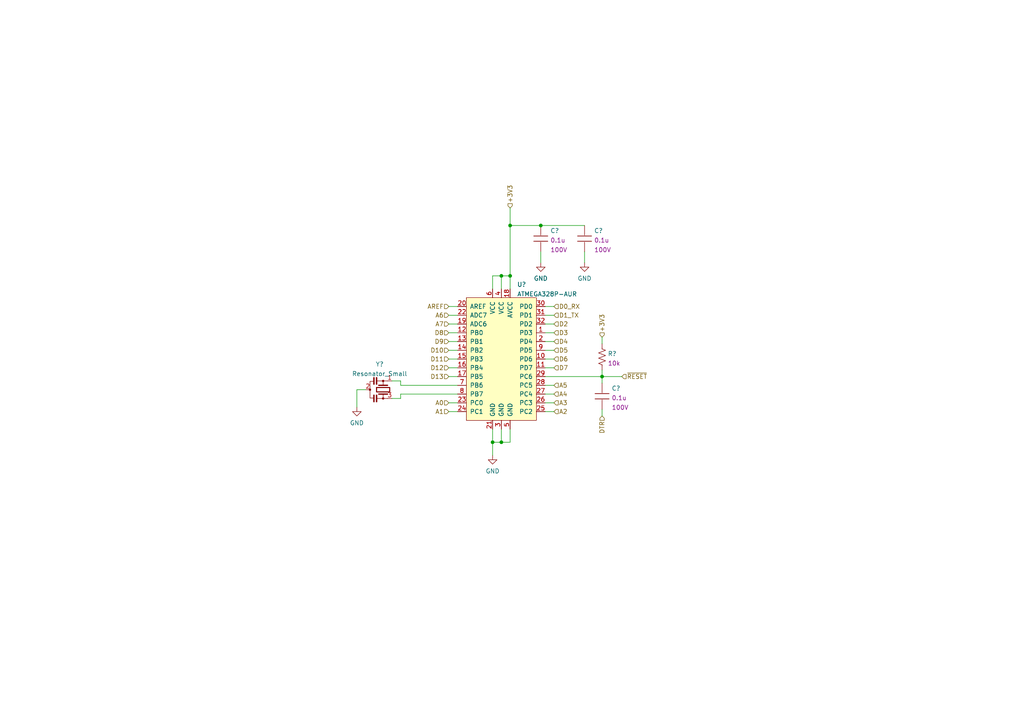
<source format=kicad_sch>
(kicad_sch (version 20211123) (generator eeschema)

  (uuid dd5c3c64-11ce-4733-952b-f4e00f424b45)

  (paper "A4")

  (lib_symbols
    (symbol "Device:Resonator_Small" (pin_names (offset 1.016) hide) (in_bom yes) (on_board yes)
      (property "Reference" "Y" (id 0) (at 3.175 1.905 0)
        (effects (font (size 1.27 1.27)) (justify left))
      )
      (property "Value" "Resonator_Small" (id 1) (at 3.175 0 0)
        (effects (font (size 1.27 1.27)) (justify left))
      )
      (property "Footprint" "" (id 2) (at -0.635 0 0)
        (effects (font (size 1.27 1.27)) hide)
      )
      (property "Datasheet" "~" (id 3) (at -0.635 0 0)
        (effects (font (size 1.27 1.27)) hide)
      )
      (property "ki_keywords" "ceramic resonator" (id 4) (at 0 0 0)
        (effects (font (size 1.27 1.27)) hide)
      )
      (property "ki_description" "Three pin ceramic resonator, small symbol" (id 5) (at 0 0 0)
        (effects (font (size 1.27 1.27)) hide)
      )
      (property "ki_fp_filters" "Filter* Resonator*" (id 6) (at 0 0 0)
        (effects (font (size 1.27 1.27)) hide)
      )
      (symbol "Resonator_Small_0_1"
        (rectangle (start -3.556 -2.54) (end -1.524 -2.794)
          (stroke (width 0) (type default) (color 0 0 0 0))
          (fill (type outline))
        )
        (rectangle (start -3.556 -1.778) (end -1.524 -2.032)
          (stroke (width 0) (type default) (color 0 0 0 0))
          (fill (type outline))
        )
        (circle (center -2.54 0) (radius 0.254)
          (stroke (width 0) (type default) (color 0 0 0 0))
          (fill (type outline))
        )
        (rectangle (start -0.635 1.905) (end 0.635 -1.905)
          (stroke (width 0.3048) (type default) (color 0 0 0 0))
          (fill (type none))
        )
        (circle (center 0 -3.81) (radius 0.254)
          (stroke (width 0) (type default) (color 0 0 0 0))
          (fill (type outline))
        )
        (polyline
          (pts
            (xy -2.54 -1.778)
            (xy -2.54 0)
          )
          (stroke (width 0) (type default) (color 0 0 0 0))
          (fill (type none))
        )
        (polyline
          (pts
            (xy -2.54 0)
            (xy -1.397 0)
          )
          (stroke (width 0) (type default) (color 0 0 0 0))
          (fill (type none))
        )
        (polyline
          (pts
            (xy -2.54 1.27)
            (xy -2.54 0)
          )
          (stroke (width 0) (type default) (color 0 0 0 0))
          (fill (type none))
        )
        (polyline
          (pts
            (xy -1.27 -1.27)
            (xy -1.27 1.27)
          )
          (stroke (width 0.381) (type default) (color 0 0 0 0))
          (fill (type none))
        )
        (polyline
          (pts
            (xy 1.27 -1.27)
            (xy 1.27 1.27)
          )
          (stroke (width 0.381) (type default) (color 0 0 0 0))
          (fill (type none))
        )
        (polyline
          (pts
            (xy 1.27 0)
            (xy 2.54 0)
          )
          (stroke (width 0) (type default) (color 0 0 0 0))
          (fill (type none))
        )
        (polyline
          (pts
            (xy 2.54 0)
            (xy 2.54 -1.778)
          )
          (stroke (width 0) (type default) (color 0 0 0 0))
          (fill (type none))
        )
        (polyline
          (pts
            (xy 2.54 1.27)
            (xy 2.54 0)
          )
          (stroke (width 0) (type default) (color 0 0 0 0))
          (fill (type none))
        )
        (polyline
          (pts
            (xy 2.413 -2.794)
            (xy 2.413 -3.81)
            (xy -2.413 -3.81)
            (xy -2.413 -2.667)
          )
          (stroke (width 0) (type default) (color 0 0 0 0))
          (fill (type none))
        )
        (rectangle (start 1.524 -2.54) (end 3.556 -2.794)
          (stroke (width 0) (type default) (color 0 0 0 0))
          (fill (type outline))
        )
        (rectangle (start 1.524 -1.778) (end 3.556 -2.032)
          (stroke (width 0) (type default) (color 0 0 0 0))
          (fill (type outline))
        )
        (circle (center 2.54 0) (radius 0.254)
          (stroke (width 0) (type default) (color 0 0 0 0))
          (fill (type outline))
        )
      )
      (symbol "Resonator_Small_1_1"
        (pin passive line (at -2.54 2.54 270) (length 1.27)
          (name "1" (effects (font (size 1.27 1.27))))
          (number "1" (effects (font (size 1.27 1.27))))
        )
        (pin passive line (at 0 -5.08 90) (length 1.27)
          (name "2" (effects (font (size 1.27 1.27))))
          (number "2" (effects (font (size 1.27 1.27))))
        )
        (pin passive line (at 2.54 2.54 270) (length 1.27)
          (name "3" (effects (font (size 1.27 1.27))))
          (number "3" (effects (font (size 1.27 1.27))))
        )
      )
    )
    (symbol "dk_Embedded-Microcontrollers:ATMEGA328P-AUR" (pin_names (offset 1.016)) (in_bom yes) (on_board yes)
      (property "Reference" "U" (id 0) (at -10.16 24.13 0)
        (effects (font (size 1.27 1.27)) (justify left))
      )
      (property "Value" "ATMEGA328P-AUR" (id 1) (at 3.81 -13.97 0)
        (effects (font (size 1.27 1.27)) (justify left))
      )
      (property "Footprint" "digikey-footprints:TQFP-32_7x7mm" (id 2) (at 5.08 5.08 0)
        (effects (font (size 1.524 1.524)) (justify left) hide)
      )
      (property "Datasheet" "http://www.microchip.com/mymicrochip/filehandler.aspx?ddocname=en589968" (id 3) (at 5.08 7.62 0)
        (effects (font (size 1.524 1.524)) (justify left) hide)
      )
      (property "Digi-Key_PN" "ATMEGA328P-AURCT-ND" (id 4) (at 5.08 10.16 0)
        (effects (font (size 1.524 1.524)) (justify left) hide)
      )
      (property "MPN" "ATMEGA328P-AUR" (id 5) (at 5.08 12.7 0)
        (effects (font (size 1.524 1.524)) (justify left) hide)
      )
      (property "Category" "Integrated Circuits (ICs)" (id 6) (at 5.08 15.24 0)
        (effects (font (size 1.524 1.524)) (justify left) hide)
      )
      (property "Family" "Embedded - Microcontrollers" (id 7) (at 5.08 17.78 0)
        (effects (font (size 1.524 1.524)) (justify left) hide)
      )
      (property "DK_Datasheet_Link" "http://www.microchip.com/mymicrochip/filehandler.aspx?ddocname=en589968" (id 8) (at 5.08 20.32 0)
        (effects (font (size 1.524 1.524)) (justify left) hide)
      )
      (property "DK_Detail_Page" "/product-detail/en/microchip-technology/ATMEGA328P-AUR/ATMEGA328P-AURCT-ND/3789455" (id 9) (at 5.08 22.86 0)
        (effects (font (size 1.524 1.524)) (justify left) hide)
      )
      (property "Description" "IC MCU 8BIT 32KB FLASH 32TQFP" (id 10) (at 5.08 25.4 0)
        (effects (font (size 1.524 1.524)) (justify left) hide)
      )
      (property "Manufacturer" "Microchip Technology" (id 11) (at 5.08 27.94 0)
        (effects (font (size 1.524 1.524)) (justify left) hide)
      )
      (property "Status" "Active" (id 12) (at 5.08 30.48 0)
        (effects (font (size 1.524 1.524)) (justify left) hide)
      )
      (property "ki_description" "IC MCU 8BIT 32KB FLASH 32TQFP" (id 13) (at 0 0 0)
        (effects (font (size 1.27 1.27)) hide)
      )
      (symbol "ATMEGA328P-AUR_0_1"
        (rectangle (start -10.16 22.86) (end 10.16 -12.7)
          (stroke (width 0) (type default) (color 0 0 0 0))
          (fill (type background))
        )
      )
      (symbol "ATMEGA328P-AUR_1_1"
        (pin bidirectional line (at 12.7 12.7 180) (length 2.54)
          (name "PD3" (effects (font (size 1.27 1.27))))
          (number "1" (effects (font (size 1.27 1.27))))
        )
        (pin bidirectional line (at 12.7 5.08 180) (length 2.54)
          (name "PD6" (effects (font (size 1.27 1.27))))
          (number "10" (effects (font (size 1.27 1.27))))
        )
        (pin bidirectional line (at 12.7 2.54 180) (length 2.54)
          (name "PD7" (effects (font (size 1.27 1.27))))
          (number "11" (effects (font (size 1.27 1.27))))
        )
        (pin bidirectional line (at -12.7 12.7 0) (length 2.54)
          (name "PB0" (effects (font (size 1.27 1.27))))
          (number "12" (effects (font (size 1.27 1.27))))
        )
        (pin bidirectional line (at -12.7 10.16 0) (length 2.54)
          (name "PB1" (effects (font (size 1.27 1.27))))
          (number "13" (effects (font (size 1.27 1.27))))
        )
        (pin bidirectional line (at -12.7 7.62 0) (length 2.54)
          (name "PB2" (effects (font (size 1.27 1.27))))
          (number "14" (effects (font (size 1.27 1.27))))
        )
        (pin bidirectional line (at -12.7 5.08 0) (length 2.54)
          (name "PB3" (effects (font (size 1.27 1.27))))
          (number "15" (effects (font (size 1.27 1.27))))
        )
        (pin bidirectional line (at -12.7 2.54 0) (length 2.54)
          (name "PB4" (effects (font (size 1.27 1.27))))
          (number "16" (effects (font (size 1.27 1.27))))
        )
        (pin bidirectional line (at -12.7 0 0) (length 2.54)
          (name "PB5" (effects (font (size 1.27 1.27))))
          (number "17" (effects (font (size 1.27 1.27))))
        )
        (pin power_in line (at 2.54 25.4 270) (length 2.54)
          (name "AVCC" (effects (font (size 1.27 1.27))))
          (number "18" (effects (font (size 1.27 1.27))))
        )
        (pin input line (at -12.7 15.24 0) (length 2.54)
          (name "ADC6" (effects (font (size 1.27 1.27))))
          (number "19" (effects (font (size 1.27 1.27))))
        )
        (pin bidirectional line (at 12.7 10.16 180) (length 2.54)
          (name "PD4" (effects (font (size 1.27 1.27))))
          (number "2" (effects (font (size 1.27 1.27))))
        )
        (pin input line (at -12.7 20.32 0) (length 2.54)
          (name "AREF" (effects (font (size 1.27 1.27))))
          (number "20" (effects (font (size 1.27 1.27))))
        )
        (pin power_in line (at -2.54 -15.24 90) (length 2.54)
          (name "GND" (effects (font (size 1.27 1.27))))
          (number "21" (effects (font (size 1.27 1.27))))
        )
        (pin input line (at -12.7 17.78 0) (length 2.54)
          (name "ADC7" (effects (font (size 1.27 1.27))))
          (number "22" (effects (font (size 1.27 1.27))))
        )
        (pin bidirectional line (at -12.7 -7.62 0) (length 2.54)
          (name "PC0" (effects (font (size 1.27 1.27))))
          (number "23" (effects (font (size 1.27 1.27))))
        )
        (pin bidirectional line (at -12.7 -10.16 0) (length 2.54)
          (name "PC1" (effects (font (size 1.27 1.27))))
          (number "24" (effects (font (size 1.27 1.27))))
        )
        (pin bidirectional line (at 12.7 -10.16 180) (length 2.54)
          (name "PC2" (effects (font (size 1.27 1.27))))
          (number "25" (effects (font (size 1.27 1.27))))
        )
        (pin bidirectional line (at 12.7 -7.62 180) (length 2.54)
          (name "PC3" (effects (font (size 1.27 1.27))))
          (number "26" (effects (font (size 1.27 1.27))))
        )
        (pin bidirectional line (at 12.7 -5.08 180) (length 2.54)
          (name "PC4" (effects (font (size 1.27 1.27))))
          (number "27" (effects (font (size 1.27 1.27))))
        )
        (pin bidirectional line (at 12.7 -2.54 180) (length 2.54)
          (name "PC5" (effects (font (size 1.27 1.27))))
          (number "28" (effects (font (size 1.27 1.27))))
        )
        (pin bidirectional line (at 12.7 0 180) (length 2.54)
          (name "PC6" (effects (font (size 1.27 1.27))))
          (number "29" (effects (font (size 1.27 1.27))))
        )
        (pin power_in line (at 0 -15.24 90) (length 2.54)
          (name "GND" (effects (font (size 1.27 1.27))))
          (number "3" (effects (font (size 1.27 1.27))))
        )
        (pin bidirectional line (at 12.7 20.32 180) (length 2.54)
          (name "PD0" (effects (font (size 1.27 1.27))))
          (number "30" (effects (font (size 1.27 1.27))))
        )
        (pin bidirectional line (at 12.7 17.78 180) (length 2.54)
          (name "PD1" (effects (font (size 1.27 1.27))))
          (number "31" (effects (font (size 1.27 1.27))))
        )
        (pin bidirectional line (at 12.7 15.24 180) (length 2.54)
          (name "PD2" (effects (font (size 1.27 1.27))))
          (number "32" (effects (font (size 1.27 1.27))))
        )
        (pin power_in line (at 0 25.4 270) (length 2.54)
          (name "VCC" (effects (font (size 1.27 1.27))))
          (number "4" (effects (font (size 1.27 1.27))))
        )
        (pin power_in line (at 2.54 -15.24 90) (length 2.54)
          (name "GND" (effects (font (size 1.27 1.27))))
          (number "5" (effects (font (size 1.27 1.27))))
        )
        (pin power_in line (at -2.54 25.4 270) (length 2.54)
          (name "VCC" (effects (font (size 1.27 1.27))))
          (number "6" (effects (font (size 1.27 1.27))))
        )
        (pin bidirectional line (at -12.7 -2.54 0) (length 2.54)
          (name "PB6" (effects (font (size 1.27 1.27))))
          (number "7" (effects (font (size 1.27 1.27))))
        )
        (pin bidirectional line (at -12.7 -5.08 0) (length 2.54)
          (name "PB7" (effects (font (size 1.27 1.27))))
          (number "8" (effects (font (size 1.27 1.27))))
        )
        (pin bidirectional line (at 12.7 7.62 180) (length 2.54)
          (name "PD5" (effects (font (size 1.27 1.27))))
          (number "9" (effects (font (size 1.27 1.27))))
        )
      )
    )
    (symbol "mw_ceramic_caps:CGA3E3X7S2A104K080AB" (pin_numbers hide) (pin_names (offset 0.254)) (in_bom yes) (on_board yes)
      (property "Reference" "C" (id 0) (at 3.81 3.81 0)
        (effects (font (size 1.27 1.27)) (justify left))
      )
      (property "Value" "CGA3E3X7S2A104K080AB" (id 1) (at 3.81 -12.7 0)
        (effects (font (size 1.27 1.27)) (justify left) hide)
      )
      (property "Footprint" "Capacitor_SMD:C_0603_1608Metric" (id 2) (at 3.81 -15.24 0)
        (effects (font (size 1.27 1.27)) (justify left) hide)
      )
      (property "Datasheet" "~" (id 3) (at 0.635 2.54 0)
        (effects (font (size 1.27 1.27)) hide)
      )
      (property "Digikey Part Number" "445-6938-1-ND" (id 4) (at 3.81 -17.78 0)
        (effects (font (size 1.27 1.27)) (justify left) hide)
      )
      (property "Manufacturer" "TDK" (id 5) (at 3.81 -20.32 0)
        (effects (font (size 1.27 1.27)) (justify left) hide)
      )
      (property "Capacitance" "0.1u" (id 6) (at 3.81 1.27 0)
        (effects (font (size 1.27 1.27)) (justify left))
      )
      (property "Class" "X7S" (id 7) (at 3.81 -10.16 0)
        (effects (font (size 1.27 1.27)) (justify left) hide)
      )
      (property "Size" "0603" (id 8) (at 3.81 -3.81 0)
        (effects (font (size 1.27 1.27)) (justify left) hide)
      )
      (property "Voltage Rating" "100V" (id 9) (at 3.81 -1.27 0)
        (effects (font (size 1.27 1.27)) (justify left))
      )
      (property "Part Number" "CGA3E3X7S2A104K080AB" (id 10) (at 3.81 -22.86 0)
        (effects (font (size 1.27 1.27)) (justify left) hide)
      )
      (property "ki_keywords" "cap capacitor ceramic" (id 11) (at 0 0 0)
        (effects (font (size 1.27 1.27)) hide)
      )
      (property "ki_description" "cap 0.1u 100V 0603 ceramic X7S AEC-Q200" (id 12) (at 0 0 0)
        (effects (font (size 1.27 1.27)) hide)
      )
      (property "ki_fp_filters" "C_*" (id 13) (at 0 0 0)
        (effects (font (size 1.27 1.27)) hide)
      )
      (symbol "CGA3E3X7S2A104K080AB_0_1"
        (polyline
          (pts
            (xy -2.032 -0.762)
            (xy 2.032 -0.762)
          )
          (stroke (width 0.2032) (type default) (color 0 0 0 0))
          (fill (type none))
        )
        (polyline
          (pts
            (xy -2.032 0.762)
            (xy 2.032 0.762)
          )
          (stroke (width 0.2032) (type default) (color 0 0 0 0))
          (fill (type none))
        )
      )
      (symbol "CGA3E3X7S2A104K080AB_1_1"
        (pin passive line (at 0 3.81 270) (length 2.794)
          (name "~" (effects (font (size 1.27 1.27))))
          (number "1" (effects (font (size 1.27 1.27))))
        )
        (pin passive line (at 0 -3.81 90) (length 2.794)
          (name "~" (effects (font (size 1.27 1.27))))
          (number "2" (effects (font (size 1.27 1.27))))
        )
      )
    )
    (symbol "mw_resistors_smd:RC0402FR-0710KL" (pin_numbers hide) (pin_names (offset 0)) (in_bom yes) (on_board yes)
      (property "Reference" "R" (id 0) (at 3.81 1.27 0)
        (effects (font (size 1.27 1.27)))
      )
      (property "Value" "RC0402FR-0710KL" (id 1) (at 2.54 6.35 0)
        (effects (font (size 1.27 1.27)) (justify left) hide)
      )
      (property "Footprint" "Resistor_SMD:R_0402_1005Metric" (id 2) (at 2.54 3.81 0)
        (effects (font (size 1.27 1.27)) (justify left) hide)
      )
      (property "Datasheet" "~" (id 3) (at 2.54 -1.27 90)
        (effects (font (size 1.27 1.27)) (justify left) hide)
      )
      (property "Digikey Part Number" "311-10.0KLRCT-ND" (id 4) (at 2.54 -11.43 0)
        (effects (font (size 1.27 1.27)) (justify left) hide)
      )
      (property "Manufacturer" "Yageo" (id 5) (at 8.89 6.35 0)
        (effects (font (size 1.27 1.27)) hide)
      )
      (property "Part Number" "RC0402FR-0710KL" (id 6) (at 2.54 -8.89 0)
        (effects (font (size 1.27 1.27)) (justify left) hide)
      )
      (property "Tolerance" "1%" (id 7) (at 2.54 -3.81 0)
        (effects (font (size 1.27 1.27)) (justify left) hide)
      )
      (property "Power" "1/16W" (id 8) (at 2.54 -6.35 0)
        (effects (font (size 1.27 1.27)) (justify left) hide)
      )
      (property "Composition" "Thick Film" (id 9) (at 2.54 -16.51 0)
        (effects (font (size 1.27 1.27)) (justify left) hide)
      )
      (property "Temperature Coefficent" "100ppm/degC" (id 10) (at 2.54 -13.97 0)
        (effects (font (size 1.27 1.27)) (justify left) hide)
      )
      (property "Resistance" "10k" (id 11) (at 2.54 -1.27 0)
        (effects (font (size 1.27 1.27)) (justify left))
      )
      (property "ki_keywords" "R res resistor" (id 12) (at 0 0 0)
        (effects (font (size 1.27 1.27)) hide)
      )
      (property "ki_description" "Res 10k 0402 1% 0.0625W Yageo" (id 13) (at 0 0 0)
        (effects (font (size 1.27 1.27)) hide)
      )
      (property "ki_fp_filters" "R_*" (id 14) (at 0 0 0)
        (effects (font (size 1.27 1.27)) hide)
      )
      (symbol "RC0402FR-0710KL_0_1"
        (polyline
          (pts
            (xy 0 -2.286)
            (xy 0 -2.54)
          )
          (stroke (width 0) (type default) (color 0 0 0 0))
          (fill (type none))
        )
        (polyline
          (pts
            (xy 0 2.286)
            (xy 0 2.54)
          )
          (stroke (width 0) (type default) (color 0 0 0 0))
          (fill (type none))
        )
        (polyline
          (pts
            (xy 0 -0.762)
            (xy 1.016 -1.143)
            (xy 0 -1.524)
            (xy -1.016 -1.905)
            (xy 0 -2.286)
          )
          (stroke (width 0) (type default) (color 0 0 0 0))
          (fill (type none))
        )
        (polyline
          (pts
            (xy 0 0.762)
            (xy 1.016 0.381)
            (xy 0 0)
            (xy -1.016 -0.381)
            (xy 0 -0.762)
          )
          (stroke (width 0) (type default) (color 0 0 0 0))
          (fill (type none))
        )
        (polyline
          (pts
            (xy 0 2.286)
            (xy 1.016 1.905)
            (xy 0 1.524)
            (xy -1.016 1.143)
            (xy 0 0.762)
          )
          (stroke (width 0) (type default) (color 0 0 0 0))
          (fill (type none))
        )
      )
      (symbol "RC0402FR-0710KL_1_1"
        (pin passive line (at 0 3.81 270) (length 1.27)
          (name "~" (effects (font (size 1.27 1.27))))
          (number "1" (effects (font (size 1.27 1.27))))
        )
        (pin passive line (at 0 -3.81 90) (length 1.27)
          (name "~" (effects (font (size 1.27 1.27))))
          (number "2" (effects (font (size 1.27 1.27))))
        )
      )
    )
    (symbol "power:GND" (power) (pin_names (offset 0)) (in_bom yes) (on_board yes)
      (property "Reference" "#PWR" (id 0) (at 0 -6.35 0)
        (effects (font (size 1.27 1.27)) hide)
      )
      (property "Value" "GND" (id 1) (at 0 -3.81 0)
        (effects (font (size 1.27 1.27)))
      )
      (property "Footprint" "" (id 2) (at 0 0 0)
        (effects (font (size 1.27 1.27)) hide)
      )
      (property "Datasheet" "" (id 3) (at 0 0 0)
        (effects (font (size 1.27 1.27)) hide)
      )
      (property "ki_keywords" "power-flag" (id 4) (at 0 0 0)
        (effects (font (size 1.27 1.27)) hide)
      )
      (property "ki_description" "Power symbol creates a global label with name \"GND\" , ground" (id 5) (at 0 0 0)
        (effects (font (size 1.27 1.27)) hide)
      )
      (symbol "GND_0_1"
        (polyline
          (pts
            (xy 0 0)
            (xy 0 -1.27)
            (xy 1.27 -1.27)
            (xy 0 -2.54)
            (xy -1.27 -1.27)
            (xy 0 -1.27)
          )
          (stroke (width 0) (type default) (color 0 0 0 0))
          (fill (type none))
        )
      )
      (symbol "GND_1_1"
        (pin power_in line (at 0 0 270) (length 0) hide
          (name "GND" (effects (font (size 1.27 1.27))))
          (number "1" (effects (font (size 1.27 1.27))))
        )
      )
    )
  )

  (junction (at 145.415 80.01) (diameter 0) (color 0 0 0 0)
    (uuid 3179aea1-3e28-4520-b652-93a0dfa92d8d)
  )
  (junction (at 145.415 128.27) (diameter 0) (color 0 0 0 0)
    (uuid 4e475954-4044-4c87-9f2f-c533cadab152)
  )
  (junction (at 174.625 109.22) (diameter 0) (color 0 0 0 0)
    (uuid 761a701e-99f4-49e8-9b56-c9ff1804d814)
  )
  (junction (at 147.955 80.01) (diameter 0) (color 0 0 0 0)
    (uuid b9e06cee-d94c-43e6-b4f4-6e344b3c9a01)
  )
  (junction (at 147.955 65.405) (diameter 0) (color 0 0 0 0)
    (uuid e7960d9e-cb39-4049-b559-212b2c4bb423)
  )
  (junction (at 142.875 128.27) (diameter 0) (color 0 0 0 0)
    (uuid ee64645b-d19d-43c2-9fe1-e504f5aa3695)
  )
  (junction (at 156.845 65.405) (diameter 0) (color 0 0 0 0)
    (uuid f4db4dbc-ba3a-45d7-a31e-e4d3058b67e0)
  )

  (wire (pts (xy 158.115 114.3) (xy 160.655 114.3))
    (stroke (width 0) (type default) (color 0 0 0 0))
    (uuid 005a82f2-1b0a-4f6f-a665-1ea2d3a67867)
  )
  (wire (pts (xy 158.115 104.14) (xy 160.655 104.14))
    (stroke (width 0) (type default) (color 0 0 0 0))
    (uuid 01c9ea0a-58fc-4e80-af0f-1b9dad437c8a)
  )
  (wire (pts (xy 174.625 107.315) (xy 174.625 109.22))
    (stroke (width 0) (type default) (color 0 0 0 0))
    (uuid 09561641-327f-45d7-891d-a1376307fc63)
  )
  (wire (pts (xy 113.665 115.57) (xy 116.205 115.57))
    (stroke (width 0) (type default) (color 0 0 0 0))
    (uuid 097c0e85-f59c-4ad4-8be8-fbe76b49d4ea)
  )
  (wire (pts (xy 147.955 65.405) (xy 147.955 80.01))
    (stroke (width 0) (type default) (color 0 0 0 0))
    (uuid 0dcbd146-3826-46ee-aaee-a0fab5fb081c)
  )
  (wire (pts (xy 113.665 110.49) (xy 116.205 110.49))
    (stroke (width 0) (type default) (color 0 0 0 0))
    (uuid 15f6932c-eff2-4f9b-88c3-11fdc0202a53)
  )
  (wire (pts (xy 169.545 73.025) (xy 169.545 76.2))
    (stroke (width 0) (type default) (color 0 0 0 0))
    (uuid 1ff866ed-38dd-446a-9a2d-1a4a1d1498fd)
  )
  (wire (pts (xy 116.205 111.76) (xy 132.715 111.76))
    (stroke (width 0) (type default) (color 0 0 0 0))
    (uuid 263d43b6-bf56-4c4e-9df1-cba3e209fc82)
  )
  (wire (pts (xy 158.115 111.76) (xy 160.655 111.76))
    (stroke (width 0) (type default) (color 0 0 0 0))
    (uuid 2ad4eb9c-590d-478e-bd00-e3964aa00268)
  )
  (wire (pts (xy 158.115 96.52) (xy 160.655 96.52))
    (stroke (width 0) (type default) (color 0 0 0 0))
    (uuid 2c344cb1-a239-4fa9-9de0-743870de6b75)
  )
  (wire (pts (xy 130.175 99.06) (xy 132.715 99.06))
    (stroke (width 0) (type default) (color 0 0 0 0))
    (uuid 2e327849-b517-4156-ae11-c58bae16bfc3)
  )
  (wire (pts (xy 130.175 88.9) (xy 132.715 88.9))
    (stroke (width 0) (type default) (color 0 0 0 0))
    (uuid 2f186f02-b7f6-4586-b3a7-277d02b5a0c5)
  )
  (wire (pts (xy 116.205 114.3) (xy 132.715 114.3))
    (stroke (width 0) (type default) (color 0 0 0 0))
    (uuid 31174116-8e0e-4cd6-86ac-49c232c0ab59)
  )
  (wire (pts (xy 130.175 96.52) (xy 132.715 96.52))
    (stroke (width 0) (type default) (color 0 0 0 0))
    (uuid 323d70f7-fd34-41bb-b3f2-b002c2274c6e)
  )
  (wire (pts (xy 130.175 104.14) (xy 132.715 104.14))
    (stroke (width 0) (type default) (color 0 0 0 0))
    (uuid 33337d8c-8b42-4b6a-b7c6-03380df77330)
  )
  (wire (pts (xy 156.845 73.025) (xy 156.845 76.2))
    (stroke (width 0) (type default) (color 0 0 0 0))
    (uuid 36209207-0c79-45a7-80ff-6a9695f086d4)
  )
  (wire (pts (xy 106.045 113.03) (xy 103.505 113.03))
    (stroke (width 0) (type default) (color 0 0 0 0))
    (uuid 370cd66c-8ca7-4a22-a080-9f6920ea80d3)
  )
  (wire (pts (xy 158.115 116.84) (xy 160.655 116.84))
    (stroke (width 0) (type default) (color 0 0 0 0))
    (uuid 420449ff-56c6-4745-9e71-c10b6542e07d)
  )
  (wire (pts (xy 142.875 128.27) (xy 142.875 132.08))
    (stroke (width 0) (type default) (color 0 0 0 0))
    (uuid 444b781a-72f4-41f3-8b53-a998f817ca52)
  )
  (wire (pts (xy 145.415 128.27) (xy 142.875 128.27))
    (stroke (width 0) (type default) (color 0 0 0 0))
    (uuid 4565d84a-f746-41ad-8fec-f221ed6a7ef3)
  )
  (wire (pts (xy 116.205 115.57) (xy 116.205 114.3))
    (stroke (width 0) (type default) (color 0 0 0 0))
    (uuid 471e135a-863c-4915-beb7-34e2ed58c7e4)
  )
  (wire (pts (xy 142.875 80.01) (xy 145.415 80.01))
    (stroke (width 0) (type default) (color 0 0 0 0))
    (uuid 5194ef21-990a-4211-97bf-4fd4a49d1756)
  )
  (wire (pts (xy 130.175 109.22) (xy 132.715 109.22))
    (stroke (width 0) (type default) (color 0 0 0 0))
    (uuid 54ff8686-e5c6-45e9-885d-b27a00f408fa)
  )
  (wire (pts (xy 147.955 65.405) (xy 156.845 65.405))
    (stroke (width 0) (type default) (color 0 0 0 0))
    (uuid 5d5fddfa-4f55-4986-a965-3622cdf1193c)
  )
  (wire (pts (xy 103.505 113.03) (xy 103.505 118.11))
    (stroke (width 0) (type default) (color 0 0 0 0))
    (uuid 6717f4ca-5211-4516-a7d2-37ef55ad356b)
  )
  (wire (pts (xy 160.655 119.38) (xy 158.115 119.38))
    (stroke (width 0) (type default) (color 0 0 0 0))
    (uuid 68ca0d12-4c87-4705-beaf-13b8c9ec6ab2)
  )
  (wire (pts (xy 116.205 110.49) (xy 116.205 111.76))
    (stroke (width 0) (type default) (color 0 0 0 0))
    (uuid 72a32344-5d67-4588-bf70-c6e4c5985922)
  )
  (wire (pts (xy 174.625 97.79) (xy 174.625 99.695))
    (stroke (width 0) (type default) (color 0 0 0 0))
    (uuid 7c1a4e4a-1ad7-44e5-ae3c-95e58b42baa2)
  )
  (wire (pts (xy 158.115 99.06) (xy 160.655 99.06))
    (stroke (width 0) (type default) (color 0 0 0 0))
    (uuid 80b88a7a-ec1d-4d61-a1bb-d2166d6ec733)
  )
  (wire (pts (xy 130.175 101.6) (xy 132.715 101.6))
    (stroke (width 0) (type default) (color 0 0 0 0))
    (uuid 8d723634-53d8-46a8-82b2-a12344b7fe8e)
  )
  (wire (pts (xy 158.115 88.9) (xy 160.655 88.9))
    (stroke (width 0) (type default) (color 0 0 0 0))
    (uuid 926aac7f-65de-4317-935b-99b41d690930)
  )
  (wire (pts (xy 130.175 119.38) (xy 132.715 119.38))
    (stroke (width 0) (type default) (color 0 0 0 0))
    (uuid 9a51d593-861b-4aed-bc02-adcc254a7320)
  )
  (wire (pts (xy 145.415 80.01) (xy 147.955 80.01))
    (stroke (width 0) (type default) (color 0 0 0 0))
    (uuid a017da4e-2f9c-45c9-a0d0-1d80c3bbe204)
  )
  (wire (pts (xy 130.175 116.84) (xy 132.715 116.84))
    (stroke (width 0) (type default) (color 0 0 0 0))
    (uuid a2db1028-681b-49b3-a08d-dc1918e52db9)
  )
  (wire (pts (xy 147.955 80.01) (xy 147.955 83.82))
    (stroke (width 0) (type default) (color 0 0 0 0))
    (uuid a88c424c-aa9a-4cbe-b62c-29d47bcf1ccf)
  )
  (wire (pts (xy 174.625 109.22) (xy 180.34 109.22))
    (stroke (width 0) (type default) (color 0 0 0 0))
    (uuid ab9e4a2f-901d-4b90-94d8-4bafc1ac74ff)
  )
  (wire (pts (xy 147.955 128.27) (xy 145.415 128.27))
    (stroke (width 0) (type default) (color 0 0 0 0))
    (uuid b5f75709-a480-4c4d-a807-69dc0a8a9c80)
  )
  (wire (pts (xy 142.875 124.46) (xy 142.875 128.27))
    (stroke (width 0) (type default) (color 0 0 0 0))
    (uuid bb73d5c4-3393-4df2-ae8f-9059ea92405c)
  )
  (wire (pts (xy 156.845 65.405) (xy 169.545 65.405))
    (stroke (width 0) (type default) (color 0 0 0 0))
    (uuid c0e1664c-f8f1-4908-a5f7-2507a913e6ce)
  )
  (wire (pts (xy 132.715 91.44) (xy 130.175 91.44))
    (stroke (width 0) (type default) (color 0 0 0 0))
    (uuid c3aceb1b-4b44-4207-83a4-a54fdb5d5cc7)
  )
  (wire (pts (xy 158.115 91.44) (xy 160.655 91.44))
    (stroke (width 0) (type default) (color 0 0 0 0))
    (uuid c75d50db-3f0c-44d3-aa5f-9d24e16d91a4)
  )
  (wire (pts (xy 145.415 124.46) (xy 145.415 128.27))
    (stroke (width 0) (type default) (color 0 0 0 0))
    (uuid c795b599-ed4d-4991-8240-dbc44d92a5b3)
  )
  (wire (pts (xy 174.625 109.22) (xy 174.625 111.125))
    (stroke (width 0) (type default) (color 0 0 0 0))
    (uuid cd43b67c-7ee5-4de4-a9d7-f158631149e1)
  )
  (wire (pts (xy 147.955 124.46) (xy 147.955 128.27))
    (stroke (width 0) (type default) (color 0 0 0 0))
    (uuid d1a89808-89e2-499e-90a0-851daae03f60)
  )
  (wire (pts (xy 130.175 106.68) (xy 132.715 106.68))
    (stroke (width 0) (type default) (color 0 0 0 0))
    (uuid d33b15c2-699f-4863-9588-db90c622acce)
  )
  (wire (pts (xy 174.625 118.745) (xy 174.625 120.65))
    (stroke (width 0) (type default) (color 0 0 0 0))
    (uuid d372bca9-7ac6-4e6e-9252-7062b0dadaf0)
  )
  (wire (pts (xy 132.715 93.98) (xy 130.175 93.98))
    (stroke (width 0) (type default) (color 0 0 0 0))
    (uuid dc2ef14e-43f6-43bc-9f6d-0782524a8384)
  )
  (wire (pts (xy 158.115 109.22) (xy 174.625 109.22))
    (stroke (width 0) (type default) (color 0 0 0 0))
    (uuid de860e42-c3e6-4a4d-bc09-a23534d27252)
  )
  (wire (pts (xy 158.115 101.6) (xy 160.655 101.6))
    (stroke (width 0) (type default) (color 0 0 0 0))
    (uuid e134e01a-0d84-4fe3-9b35-57934a0c6afd)
  )
  (wire (pts (xy 145.415 83.82) (xy 145.415 80.01))
    (stroke (width 0) (type default) (color 0 0 0 0))
    (uuid f330189e-cb95-4cec-a9e5-df8f5a86df98)
  )
  (wire (pts (xy 158.115 106.68) (xy 160.655 106.68))
    (stroke (width 0) (type default) (color 0 0 0 0))
    (uuid f3d215f1-cca0-449d-8203-8ab384c4b7bc)
  )
  (wire (pts (xy 158.115 93.98) (xy 160.655 93.98))
    (stroke (width 0) (type default) (color 0 0 0 0))
    (uuid f4ca6c62-d04a-418e-a776-38647f661627)
  )
  (wire (pts (xy 142.875 80.01) (xy 142.875 83.82))
    (stroke (width 0) (type default) (color 0 0 0 0))
    (uuid fd66d46c-330d-40ad-bcca-9f7037cc96a0)
  )
  (wire (pts (xy 147.955 60.325) (xy 147.955 65.405))
    (stroke (width 0) (type default) (color 0 0 0 0))
    (uuid ff511e91-f144-48cc-8a54-0a69a9462e28)
  )

  (hierarchical_label "D1_TX" (shape input) (at 160.655 91.44 0)
    (effects (font (size 1.27 1.27)) (justify left))
    (uuid 0904b1dc-397a-4072-ae29-309c9be430ef)
  )
  (hierarchical_label "D3" (shape input) (at 160.655 96.52 0)
    (effects (font (size 1.27 1.27)) (justify left))
    (uuid 09cece9c-8ecc-482c-ab64-850262527ef1)
  )
  (hierarchical_label "A2" (shape input) (at 160.655 119.38 0)
    (effects (font (size 1.27 1.27)) (justify left))
    (uuid 11026e2d-85d4-42b3-8c30-e1fe178c19df)
  )
  (hierarchical_label "A1" (shape input) (at 130.175 119.38 180)
    (effects (font (size 1.27 1.27)) (justify right))
    (uuid 19b46b90-d92f-44b6-8904-d784ab012eaa)
  )
  (hierarchical_label "A7" (shape input) (at 130.175 93.98 180)
    (effects (font (size 1.27 1.27)) (justify right))
    (uuid 1e0c9429-cd39-4d1a-a643-039acbd1a882)
  )
  (hierarchical_label "~{RESET}" (shape input) (at 180.34 109.22 0)
    (effects (font (size 1.27 1.27)) (justify left))
    (uuid 28c94c35-1212-49ca-8713-89981c336abd)
  )
  (hierarchical_label "A4" (shape input) (at 160.655 114.3 0)
    (effects (font (size 1.27 1.27)) (justify left))
    (uuid 31b4162c-c041-4619-ba9d-a6a28d4a0186)
  )
  (hierarchical_label "A6" (shape input) (at 130.175 91.44 180)
    (effects (font (size 1.27 1.27)) (justify right))
    (uuid 4051d77c-e7e0-4b56-a140-22c0a6408058)
  )
  (hierarchical_label "D11" (shape input) (at 130.175 104.14 180)
    (effects (font (size 1.27 1.27)) (justify right))
    (uuid 41c82053-7fce-4009-a8b9-341783c3b383)
  )
  (hierarchical_label "A3" (shape input) (at 160.655 116.84 0)
    (effects (font (size 1.27 1.27)) (justify left))
    (uuid 42ef72ea-a5e8-4e0f-986c-b2f3214e1d3f)
  )
  (hierarchical_label "DTR" (shape input) (at 174.625 120.65 270)
    (effects (font (size 1.27 1.27)) (justify right))
    (uuid 4424ef63-838e-4e78-91f6-2f1a76c1b94c)
  )
  (hierarchical_label "D13" (shape input) (at 130.175 109.22 180)
    (effects (font (size 1.27 1.27)) (justify right))
    (uuid 6f57e06b-3f9a-46b5-8008-d1427067b0fc)
  )
  (hierarchical_label "D5" (shape input) (at 160.655 101.6 0)
    (effects (font (size 1.27 1.27)) (justify left))
    (uuid 80323f49-b3a9-4547-b0b4-c6ed298ab67e)
  )
  (hierarchical_label "A0" (shape input) (at 130.175 116.84 180)
    (effects (font (size 1.27 1.27)) (justify right))
    (uuid 8675cb55-456b-4f43-aa22-ba04dd7c0ebc)
  )
  (hierarchical_label "D8" (shape input) (at 130.175 96.52 180)
    (effects (font (size 1.27 1.27)) (justify right))
    (uuid 8f614d21-8948-4fd0-a1b9-8f799ddabb20)
  )
  (hierarchical_label "AREF" (shape input) (at 130.175 88.9 180)
    (effects (font (size 1.27 1.27)) (justify right))
    (uuid 91ee0a9a-0388-4e45-b387-06ec61b4aa7e)
  )
  (hierarchical_label "A5" (shape input) (at 160.655 111.76 0)
    (effects (font (size 1.27 1.27)) (justify left))
    (uuid 9209e021-5d6b-4234-add4-e51b9a453085)
  )
  (hierarchical_label "D4" (shape input) (at 160.655 99.06 0)
    (effects (font (size 1.27 1.27)) (justify left))
    (uuid 9813f39a-18ba-469e-a261-efa8e4c680e7)
  )
  (hierarchical_label "+3V3" (shape input) (at 147.955 60.325 90)
    (effects (font (size 1.27 1.27)) (justify left))
    (uuid a2f1f291-ecca-4a3b-9b04-1b8a35cb2f3f)
  )
  (hierarchical_label "D10" (shape input) (at 130.175 101.6 180)
    (effects (font (size 1.27 1.27)) (justify right))
    (uuid b1799c07-e72b-4493-baae-b5115978ff01)
  )
  (hierarchical_label "+3V3" (shape input) (at 174.625 97.79 90)
    (effects (font (size 1.27 1.27)) (justify left))
    (uuid bf11fbf7-f821-4879-a06e-9a278921e089)
  )
  (hierarchical_label "D7" (shape input) (at 160.655 106.68 0)
    (effects (font (size 1.27 1.27)) (justify left))
    (uuid c0494f72-6c8e-40c1-9f3d-33c2e97bc483)
  )
  (hierarchical_label "D2" (shape input) (at 160.655 93.98 0)
    (effects (font (size 1.27 1.27)) (justify left))
    (uuid c4fb82f1-89b6-467a-9cf0-ae6d63e80ccb)
  )
  (hierarchical_label "D12" (shape input) (at 130.175 106.68 180)
    (effects (font (size 1.27 1.27)) (justify right))
    (uuid d8cbb0ee-245b-40cf-853f-95c7fe075d28)
  )
  (hierarchical_label "D6" (shape input) (at 160.655 104.14 0)
    (effects (font (size 1.27 1.27)) (justify left))
    (uuid df31e002-9ed4-4293-aa4d-78f64d782efa)
  )
  (hierarchical_label "D9" (shape input) (at 130.175 99.06 180)
    (effects (font (size 1.27 1.27)) (justify right))
    (uuid e72c64a9-9542-4347-bb1b-2d75cdfc41aa)
  )
  (hierarchical_label "D0_RX" (shape input) (at 160.655 88.9 0)
    (effects (font (size 1.27 1.27)) (justify left))
    (uuid ec96ccda-6066-4e17-8cba-d5edfbe183d4)
  )

  (symbol (lib_id "dk_Embedded-Microcontrollers:ATMEGA328P-AUR") (at 145.415 109.22 0)
    (in_bom yes) (on_board yes) (fields_autoplaced)
    (uuid 376ec4a0-ec23-4da7-8a11-8604195fb000)
    (property "Reference" "U?" (id 0) (at 149.9744 82.5205 0)
      (effects (font (size 1.27 1.27)) (justify left))
    )
    (property "Value" "ATMEGA328P-AUR" (id 1) (at 149.9744 85.2956 0)
      (effects (font (size 1.27 1.27)) (justify left))
    )
    (property "Footprint" "digikey-footprints:TQFP-32_7x7mm" (id 2) (at 150.495 104.14 0)
      (effects (font (size 1.524 1.524)) (justify left) hide)
    )
    (property "Datasheet" "http://www.microchip.com/mymicrochip/filehandler.aspx?ddocname=en589968" (id 3) (at 150.495 101.6 0)
      (effects (font (size 1.524 1.524)) (justify left) hide)
    )
    (property "Digi-Key_PN" "ATMEGA328P-AURCT-ND" (id 4) (at 150.495 99.06 0)
      (effects (font (size 1.524 1.524)) (justify left) hide)
    )
    (property "MPN" "ATMEGA328P-AUR" (id 5) (at 150.495 96.52 0)
      (effects (font (size 1.524 1.524)) (justify left) hide)
    )
    (property "Category" "Integrated Circuits (ICs)" (id 6) (at 150.495 93.98 0)
      (effects (font (size 1.524 1.524)) (justify left) hide)
    )
    (property "Family" "Embedded - Microcontrollers" (id 7) (at 150.495 91.44 0)
      (effects (font (size 1.524 1.524)) (justify left) hide)
    )
    (property "DK_Datasheet_Link" "http://www.microchip.com/mymicrochip/filehandler.aspx?ddocname=en589968" (id 8) (at 150.495 88.9 0)
      (effects (font (size 1.524 1.524)) (justify left) hide)
    )
    (property "DK_Detail_Page" "/product-detail/en/microchip-technology/ATMEGA328P-AUR/ATMEGA328P-AURCT-ND/3789455" (id 9) (at 150.495 86.36 0)
      (effects (font (size 1.524 1.524)) (justify left) hide)
    )
    (property "Description" "IC MCU 8BIT 32KB FLASH 32TQFP" (id 10) (at 150.495 83.82 0)
      (effects (font (size 1.524 1.524)) (justify left) hide)
    )
    (property "Manufacturer" "Microchip Technology" (id 11) (at 150.495 81.28 0)
      (effects (font (size 1.524 1.524)) (justify left) hide)
    )
    (property "Status" "Active" (id 12) (at 150.495 78.74 0)
      (effects (font (size 1.524 1.524)) (justify left) hide)
    )
    (pin "1" (uuid 1675f749-02aa-46d7-a15f-74fd92303e86))
    (pin "10" (uuid c41eda92-7f5f-49af-91ba-072682c31b93))
    (pin "11" (uuid 3d232167-ac73-49cd-89ca-fa5530e55ec3))
    (pin "12" (uuid c95357d5-d764-48d6-90b9-f0a852760b1b))
    (pin "13" (uuid e10a77f0-8136-4a32-9c21-de033931ca91))
    (pin "14" (uuid 33ac7dd2-cb24-4cba-82be-f43cbbe26e41))
    (pin "15" (uuid 868c7c80-31ea-4bcc-aa98-3aa39819173e))
    (pin "16" (uuid 1c7d5d30-5931-4b81-b1dc-a8871b7f197a))
    (pin "17" (uuid abc973e5-c1ad-42a4-8087-f81d9b21fdd7))
    (pin "18" (uuid 18e9a999-ae85-4db9-8ff1-6add6cc82afa))
    (pin "19" (uuid b65bf444-7e2c-436d-84cc-1ea87f3f7b0b))
    (pin "2" (uuid 63c932e9-ea05-423a-a4e9-38e17b32f1d0))
    (pin "20" (uuid 30278ab0-e699-4653-ac18-0524f8217303))
    (pin "21" (uuid 0c9b7515-9a58-48f3-b096-67d4f32ff15d))
    (pin "22" (uuid 777d2578-3c4b-4c92-babc-b896eb0b6a49))
    (pin "23" (uuid 068ae1ff-2932-40af-afc0-218d3c0b18f3))
    (pin "24" (uuid 406fa566-db99-4d6f-8d79-46a14bb9cec9))
    (pin "25" (uuid b46d9fbf-a4d4-40a0-a400-86996a87196b))
    (pin "26" (uuid e9b0ba58-82c3-438b-a5bb-fa8e276d0d6f))
    (pin "27" (uuid 324aea90-0b31-4001-97b5-af837cfd4b04))
    (pin "28" (uuid 826e7e4d-1c86-440a-9688-ca9c17218db1))
    (pin "29" (uuid 92e8a4ff-988b-4828-912e-e6916086367c))
    (pin "3" (uuid 4b2fd3d9-6c7c-417d-9a8d-81967b283d03))
    (pin "30" (uuid 5be21ff4-ca84-4c73-910a-6ea7e2cb8b95))
    (pin "31" (uuid ec030930-6e15-4fd6-a896-7b08e44d1c72))
    (pin "32" (uuid 0c729c37-035d-4333-b7aa-908ee511caac))
    (pin "4" (uuid 29fab069-48af-487d-a617-6febc26b20c6))
    (pin "5" (uuid 031051ef-3a05-428d-9287-cfa4581ed2b2))
    (pin "6" (uuid c4a77bbf-365d-4f6b-99e2-1338f4196ac8))
    (pin "7" (uuid 32cfe6e1-3fef-4b92-9c26-eb6e1d107c92))
    (pin "8" (uuid aa86ca10-cefe-4e1e-add6-81e75b2b87ac))
    (pin "9" (uuid 9d426e01-b116-4931-8383-b5d642c48559))
  )

  (symbol (lib_id "Device:Resonator_Small") (at 111.125 113.03 270)
    (in_bom yes) (on_board yes) (fields_autoplaced)
    (uuid 37d1d2d2-4972-42b1-b793-6bd86a05d051)
    (property "Reference" "Y?" (id 0) (at 110.1217 105.6345 90))
    (property "Value" "Resonator_Small" (id 1) (at 110.1217 108.4096 90))
    (property "Footprint" "" (id 2) (at 111.125 112.395 0)
      (effects (font (size 1.27 1.27)) hide)
    )
    (property "Datasheet" "~" (id 3) (at 111.125 112.395 0)
      (effects (font (size 1.27 1.27)) hide)
    )
    (pin "1" (uuid bffd4db8-c5bc-4dff-9908-aa4cc09dbff0))
    (pin "2" (uuid c9c4b6c1-f6fc-40a8-bc64-2de13a7bb544))
    (pin "3" (uuid 33e63632-c66f-4145-804c-2d7b134cc465))
  )

  (symbol (lib_id "power:GND") (at 156.845 76.2 0)
    (in_bom yes) (on_board yes) (fields_autoplaced)
    (uuid 455c6884-2985-4ae6-9f1b-d918f265983b)
    (property "Reference" "#PWR?" (id 0) (at 156.845 82.55 0)
      (effects (font (size 1.27 1.27)) hide)
    )
    (property "Value" "GND" (id 1) (at 156.845 80.7625 0))
    (property "Footprint" "" (id 2) (at 156.845 76.2 0)
      (effects (font (size 1.27 1.27)) hide)
    )
    (property "Datasheet" "" (id 3) (at 156.845 76.2 0)
      (effects (font (size 1.27 1.27)) hide)
    )
    (pin "1" (uuid 4b714c92-257a-4985-b8de-30b4c6d801ac))
  )

  (symbol (lib_id "mw_resistors_smd:RC0402FR-0710KL") (at 174.625 103.505 0)
    (in_bom yes) (on_board yes) (fields_autoplaced)
    (uuid 625d5676-5fdb-43c0-ba5b-fabc6240a126)
    (property "Reference" "R?" (id 0) (at 176.276 102.5965 0)
      (effects (font (size 1.27 1.27)) (justify left))
    )
    (property "Value" "RC0402FR-0710KL" (id 1) (at 177.165 97.155 0)
      (effects (font (size 1.27 1.27)) (justify left) hide)
    )
    (property "Footprint" "Resistor_SMD:R_0402_1005Metric" (id 2) (at 177.165 99.695 0)
      (effects (font (size 1.27 1.27)) (justify left) hide)
    )
    (property "Datasheet" "~" (id 3) (at 177.165 104.775 90)
      (effects (font (size 1.27 1.27)) (justify left) hide)
    )
    (property "Digikey Part Number" "311-10.0KLRCT-ND" (id 4) (at 177.165 114.935 0)
      (effects (font (size 1.27 1.27)) (justify left) hide)
    )
    (property "Manufacturer" "Yageo" (id 5) (at 183.515 97.155 0)
      (effects (font (size 1.27 1.27)) hide)
    )
    (property "Part Number" "RC0402FR-0710KL" (id 6) (at 177.165 112.395 0)
      (effects (font (size 1.27 1.27)) (justify left) hide)
    )
    (property "Tolerance" "1%" (id 7) (at 177.165 107.315 0)
      (effects (font (size 1.27 1.27)) (justify left) hide)
    )
    (property "Power" "1/16W" (id 8) (at 177.165 109.855 0)
      (effects (font (size 1.27 1.27)) (justify left) hide)
    )
    (property "Composition" "Thick Film" (id 9) (at 177.165 120.015 0)
      (effects (font (size 1.27 1.27)) (justify left) hide)
    )
    (property "Temperature Coefficent" "100ppm/degC" (id 10) (at 177.165 117.475 0)
      (effects (font (size 1.27 1.27)) (justify left) hide)
    )
    (property "Resistance" "10k" (id 11) (at 176.276 105.3716 0)
      (effects (font (size 1.27 1.27)) (justify left))
    )
    (pin "1" (uuid d4ef52c1-2717-4ea0-8213-af6ca647f8d8))
    (pin "2" (uuid 4ff411d6-0aac-4f77-a97a-fc6c66c22ab3))
  )

  (symbol (lib_id "power:GND") (at 103.505 118.11 0)
    (in_bom yes) (on_board yes) (fields_autoplaced)
    (uuid 8b1fad83-3e2e-4930-922f-db79e7896d4b)
    (property "Reference" "#PWR?" (id 0) (at 103.505 124.46 0)
      (effects (font (size 1.27 1.27)) hide)
    )
    (property "Value" "GND" (id 1) (at 103.505 122.6725 0))
    (property "Footprint" "" (id 2) (at 103.505 118.11 0)
      (effects (font (size 1.27 1.27)) hide)
    )
    (property "Datasheet" "" (id 3) (at 103.505 118.11 0)
      (effects (font (size 1.27 1.27)) hide)
    )
    (pin "1" (uuid 39352136-b143-4dfe-bebb-beaafbb346b6))
  )

  (symbol (lib_id "mw_ceramic_caps:CGA3E3X7S2A104K080AB") (at 169.545 69.215 0)
    (in_bom yes) (on_board yes) (fields_autoplaced)
    (uuid 9278a8f8-85b5-414d-aee6-8053d23608ef)
    (property "Reference" "C?" (id 0) (at 172.3136 66.9189 0)
      (effects (font (size 1.27 1.27)) (justify left))
    )
    (property "Value" "CGA3E3X7S2A104K080AB" (id 1) (at 173.355 81.915 0)
      (effects (font (size 1.27 1.27)) (justify left) hide)
    )
    (property "Footprint" "Capacitor_SMD:C_0603_1608Metric" (id 2) (at 173.355 84.455 0)
      (effects (font (size 1.27 1.27)) (justify left) hide)
    )
    (property "Datasheet" "~" (id 3) (at 170.18 66.675 0)
      (effects (font (size 1.27 1.27)) hide)
    )
    (property "Digikey Part Number" "445-6938-1-ND" (id 4) (at 173.355 86.995 0)
      (effects (font (size 1.27 1.27)) (justify left) hide)
    )
    (property "Manufacturer" "TDK" (id 5) (at 173.355 89.535 0)
      (effects (font (size 1.27 1.27)) (justify left) hide)
    )
    (property "Capacitance" "0.1u" (id 6) (at 172.3136 69.694 0)
      (effects (font (size 1.27 1.27)) (justify left))
    )
    (property "Class" "X7S" (id 7) (at 173.355 79.375 0)
      (effects (font (size 1.27 1.27)) (justify left) hide)
    )
    (property "Size" "0603" (id 8) (at 173.355 73.025 0)
      (effects (font (size 1.27 1.27)) (justify left) hide)
    )
    (property "Voltage Rating" "100V" (id 9) (at 172.3136 72.4691 0)
      (effects (font (size 1.27 1.27)) (justify left))
    )
    (property "Part Number" "CGA3E3X7S2A104K080AB" (id 10) (at 173.355 92.075 0)
      (effects (font (size 1.27 1.27)) (justify left) hide)
    )
    (pin "1" (uuid 8b608ff9-bdab-4cde-82c6-9a5165f2dd26))
    (pin "2" (uuid 2843a581-4cc0-46af-855f-7ed64fe7a7ab))
  )

  (symbol (lib_id "power:GND") (at 142.875 132.08 0)
    (in_bom yes) (on_board yes) (fields_autoplaced)
    (uuid 97e2dd44-011f-48bf-9787-5edc89d06173)
    (property "Reference" "#PWR?" (id 0) (at 142.875 138.43 0)
      (effects (font (size 1.27 1.27)) hide)
    )
    (property "Value" "GND" (id 1) (at 142.875 136.6425 0))
    (property "Footprint" "" (id 2) (at 142.875 132.08 0)
      (effects (font (size 1.27 1.27)) hide)
    )
    (property "Datasheet" "" (id 3) (at 142.875 132.08 0)
      (effects (font (size 1.27 1.27)) hide)
    )
    (pin "1" (uuid 2a2a5c31-d14b-4aa5-9527-05be0a4b431c))
  )

  (symbol (lib_id "mw_ceramic_caps:CGA3E3X7S2A104K080AB") (at 156.845 69.215 0)
    (in_bom yes) (on_board yes) (fields_autoplaced)
    (uuid ba9fab04-08d1-4321-91fd-a47bdddd9f79)
    (property "Reference" "C?" (id 0) (at 159.6136 66.9189 0)
      (effects (font (size 1.27 1.27)) (justify left))
    )
    (property "Value" "CGA3E3X7S2A104K080AB" (id 1) (at 160.655 81.915 0)
      (effects (font (size 1.27 1.27)) (justify left) hide)
    )
    (property "Footprint" "Capacitor_SMD:C_0603_1608Metric" (id 2) (at 160.655 84.455 0)
      (effects (font (size 1.27 1.27)) (justify left) hide)
    )
    (property "Datasheet" "~" (id 3) (at 157.48 66.675 0)
      (effects (font (size 1.27 1.27)) hide)
    )
    (property "Digikey Part Number" "445-6938-1-ND" (id 4) (at 160.655 86.995 0)
      (effects (font (size 1.27 1.27)) (justify left) hide)
    )
    (property "Manufacturer" "TDK" (id 5) (at 160.655 89.535 0)
      (effects (font (size 1.27 1.27)) (justify left) hide)
    )
    (property "Capacitance" "0.1u" (id 6) (at 159.6136 69.694 0)
      (effects (font (size 1.27 1.27)) (justify left))
    )
    (property "Class" "X7S" (id 7) (at 160.655 79.375 0)
      (effects (font (size 1.27 1.27)) (justify left) hide)
    )
    (property "Size" "0603" (id 8) (at 160.655 73.025 0)
      (effects (font (size 1.27 1.27)) (justify left) hide)
    )
    (property "Voltage Rating" "100V" (id 9) (at 159.6136 72.4691 0)
      (effects (font (size 1.27 1.27)) (justify left))
    )
    (property "Part Number" "CGA3E3X7S2A104K080AB" (id 10) (at 160.655 92.075 0)
      (effects (font (size 1.27 1.27)) (justify left) hide)
    )
    (pin "1" (uuid 818f7d9d-5a3b-4cd4-b501-67c83df38cc3))
    (pin "2" (uuid 0796013a-1932-40a7-a88a-4f4dcfdf9d05))
  )

  (symbol (lib_id "mw_ceramic_caps:CGA3E3X7S2A104K080AB") (at 174.625 114.935 0)
    (in_bom yes) (on_board yes) (fields_autoplaced)
    (uuid f6e63bd9-3ffe-4b33-ba3e-161e7fbbe309)
    (property "Reference" "C?" (id 0) (at 177.3936 112.6389 0)
      (effects (font (size 1.27 1.27)) (justify left))
    )
    (property "Value" "CGA3E3X7S2A104K080AB" (id 1) (at 178.435 127.635 0)
      (effects (font (size 1.27 1.27)) (justify left) hide)
    )
    (property "Footprint" "Capacitor_SMD:C_0603_1608Metric" (id 2) (at 178.435 130.175 0)
      (effects (font (size 1.27 1.27)) (justify left) hide)
    )
    (property "Datasheet" "~" (id 3) (at 175.26 112.395 0)
      (effects (font (size 1.27 1.27)) hide)
    )
    (property "Digikey Part Number" "445-6938-1-ND" (id 4) (at 178.435 132.715 0)
      (effects (font (size 1.27 1.27)) (justify left) hide)
    )
    (property "Manufacturer" "TDK" (id 5) (at 178.435 135.255 0)
      (effects (font (size 1.27 1.27)) (justify left) hide)
    )
    (property "Capacitance" "0.1u" (id 6) (at 177.3936 115.414 0)
      (effects (font (size 1.27 1.27)) (justify left))
    )
    (property "Class" "X7S" (id 7) (at 178.435 125.095 0)
      (effects (font (size 1.27 1.27)) (justify left) hide)
    )
    (property "Size" "0603" (id 8) (at 178.435 118.745 0)
      (effects (font (size 1.27 1.27)) (justify left) hide)
    )
    (property "Voltage Rating" "100V" (id 9) (at 177.3936 118.1891 0)
      (effects (font (size 1.27 1.27)) (justify left))
    )
    (property "Part Number" "CGA3E3X7S2A104K080AB" (id 10) (at 178.435 137.795 0)
      (effects (font (size 1.27 1.27)) (justify left) hide)
    )
    (pin "1" (uuid 250db0cd-04f0-4952-88fc-7bbed1830342))
    (pin "2" (uuid 0808cc1f-52cd-4780-9ce5-605e92dc6605))
  )

  (symbol (lib_id "power:GND") (at 169.545 76.2 0)
    (in_bom yes) (on_board yes) (fields_autoplaced)
    (uuid fb0e1365-42ae-4a28-ad46-f85f69f6b98d)
    (property "Reference" "#PWR?" (id 0) (at 169.545 82.55 0)
      (effects (font (size 1.27 1.27)) hide)
    )
    (property "Value" "GND" (id 1) (at 169.545 80.7625 0))
    (property "Footprint" "" (id 2) (at 169.545 76.2 0)
      (effects (font (size 1.27 1.27)) hide)
    )
    (property "Datasheet" "" (id 3) (at 169.545 76.2 0)
      (effects (font (size 1.27 1.27)) hide)
    )
    (pin "1" (uuid 8e30e802-befd-4664-9f05-3c156ce88839))
  )
)

</source>
